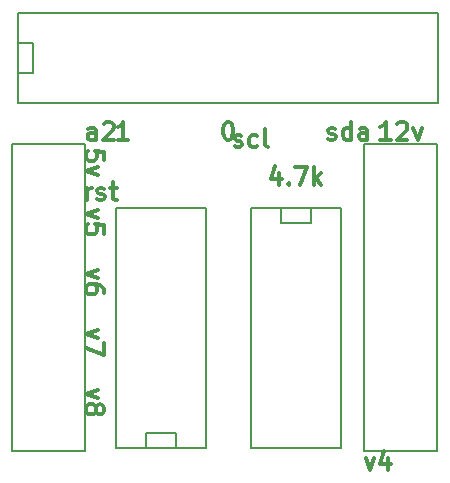
<source format=gto>
G04 (created by PCBNEW (2013-june-11)-stable) date Fri 19 Feb 2016 10:27:21 AM CET*
%MOIN*%
G04 Gerber Fmt 3.4, Leading zero omitted, Abs format*
%FSLAX34Y34*%
G01*
G70*
G90*
G04 APERTURE LIST*
%ADD10C,0.00590551*%
%ADD11C,0.011811*%
G04 APERTURE END LIST*
G54D10*
G54D11*
X42828Y-33345D02*
X42968Y-33739D01*
X43109Y-33345D01*
X43587Y-33345D02*
X43587Y-33739D01*
X43446Y-33120D02*
X43306Y-33542D01*
X43671Y-33542D01*
X43662Y-22739D02*
X43325Y-22739D01*
X43493Y-22739D02*
X43493Y-22148D01*
X43437Y-22232D01*
X43381Y-22289D01*
X43325Y-22317D01*
X43887Y-22204D02*
X43915Y-22176D01*
X43971Y-22148D01*
X44112Y-22148D01*
X44168Y-22176D01*
X44196Y-22204D01*
X44224Y-22260D01*
X44224Y-22317D01*
X44196Y-22401D01*
X43859Y-22739D01*
X44224Y-22739D01*
X44421Y-22345D02*
X44562Y-22739D01*
X44703Y-22345D01*
X39951Y-23845D02*
X39951Y-24239D01*
X39811Y-23620D02*
X39670Y-24042D01*
X40035Y-24042D01*
X40260Y-24182D02*
X40289Y-24210D01*
X40260Y-24239D01*
X40232Y-24210D01*
X40260Y-24182D01*
X40260Y-24239D01*
X40485Y-23648D02*
X40879Y-23648D01*
X40626Y-24239D01*
X41104Y-24239D02*
X41104Y-23648D01*
X41160Y-24014D02*
X41329Y-24239D01*
X41329Y-23845D02*
X41104Y-24070D01*
X41589Y-22710D02*
X41645Y-22739D01*
X41757Y-22739D01*
X41814Y-22710D01*
X41842Y-22654D01*
X41842Y-22626D01*
X41814Y-22570D01*
X41757Y-22542D01*
X41673Y-22542D01*
X41617Y-22514D01*
X41589Y-22457D01*
X41589Y-22429D01*
X41617Y-22373D01*
X41673Y-22345D01*
X41757Y-22345D01*
X41814Y-22373D01*
X42348Y-22739D02*
X42348Y-22148D01*
X42348Y-22710D02*
X42292Y-22739D01*
X42179Y-22739D01*
X42123Y-22710D01*
X42095Y-22682D01*
X42067Y-22626D01*
X42067Y-22457D01*
X42095Y-22401D01*
X42123Y-22373D01*
X42179Y-22345D01*
X42292Y-22345D01*
X42348Y-22373D01*
X42882Y-22739D02*
X42882Y-22429D01*
X42854Y-22373D01*
X42798Y-22345D01*
X42685Y-22345D01*
X42629Y-22373D01*
X42882Y-22710D02*
X42826Y-22739D01*
X42685Y-22739D01*
X42629Y-22710D01*
X42601Y-22654D01*
X42601Y-22598D01*
X42629Y-22542D01*
X42685Y-22514D01*
X42826Y-22514D01*
X42882Y-22485D01*
X38465Y-22960D02*
X38521Y-22989D01*
X38634Y-22989D01*
X38690Y-22960D01*
X38718Y-22904D01*
X38718Y-22876D01*
X38690Y-22820D01*
X38634Y-22792D01*
X38550Y-22792D01*
X38493Y-22764D01*
X38465Y-22707D01*
X38465Y-22679D01*
X38493Y-22623D01*
X38550Y-22595D01*
X38634Y-22595D01*
X38690Y-22623D01*
X39224Y-22960D02*
X39168Y-22989D01*
X39056Y-22989D01*
X39000Y-22960D01*
X38971Y-22932D01*
X38943Y-22876D01*
X38943Y-22707D01*
X38971Y-22651D01*
X39000Y-22623D01*
X39056Y-22595D01*
X39168Y-22595D01*
X39224Y-22623D01*
X39562Y-22989D02*
X39506Y-22960D01*
X39478Y-22904D01*
X39478Y-22398D01*
X33904Y-31078D02*
X33510Y-31218D01*
X33904Y-31359D01*
X33848Y-31668D02*
X33876Y-31612D01*
X33904Y-31584D01*
X33960Y-31556D01*
X33989Y-31556D01*
X34045Y-31584D01*
X34073Y-31612D01*
X34101Y-31668D01*
X34101Y-31781D01*
X34073Y-31837D01*
X34045Y-31865D01*
X33989Y-31893D01*
X33960Y-31893D01*
X33904Y-31865D01*
X33876Y-31837D01*
X33848Y-31781D01*
X33848Y-31668D01*
X33820Y-31612D01*
X33792Y-31584D01*
X33735Y-31556D01*
X33623Y-31556D01*
X33567Y-31584D01*
X33539Y-31612D01*
X33510Y-31668D01*
X33510Y-31781D01*
X33539Y-31837D01*
X33567Y-31865D01*
X33623Y-31893D01*
X33735Y-31893D01*
X33792Y-31865D01*
X33820Y-31837D01*
X33848Y-31781D01*
X33904Y-29078D02*
X33510Y-29218D01*
X33904Y-29359D01*
X34101Y-29528D02*
X34101Y-29921D01*
X33510Y-29668D01*
X33904Y-27078D02*
X33510Y-27218D01*
X33904Y-27359D01*
X34101Y-27837D02*
X34101Y-27724D01*
X34073Y-27668D01*
X34045Y-27640D01*
X33960Y-27584D01*
X33848Y-27556D01*
X33623Y-27556D01*
X33567Y-27584D01*
X33539Y-27612D01*
X33510Y-27668D01*
X33510Y-27781D01*
X33539Y-27837D01*
X33567Y-27865D01*
X33623Y-27893D01*
X33764Y-27893D01*
X33820Y-27865D01*
X33848Y-27837D01*
X33876Y-27781D01*
X33876Y-27668D01*
X33848Y-27612D01*
X33820Y-27584D01*
X33764Y-27556D01*
X33904Y-25078D02*
X33510Y-25218D01*
X33904Y-25359D01*
X34101Y-25865D02*
X34101Y-25584D01*
X33820Y-25556D01*
X33848Y-25584D01*
X33876Y-25640D01*
X33876Y-25781D01*
X33848Y-25837D01*
X33820Y-25865D01*
X33764Y-25893D01*
X33623Y-25893D01*
X33567Y-25865D01*
X33539Y-25837D01*
X33510Y-25781D01*
X33510Y-25640D01*
X33539Y-25584D01*
X33567Y-25556D01*
X33550Y-24739D02*
X33550Y-24345D01*
X33550Y-24457D02*
X33578Y-24401D01*
X33606Y-24373D01*
X33662Y-24345D01*
X33718Y-24345D01*
X33887Y-24710D02*
X33943Y-24739D01*
X34056Y-24739D01*
X34112Y-24710D01*
X34140Y-24654D01*
X34140Y-24626D01*
X34112Y-24570D01*
X34056Y-24542D01*
X33971Y-24542D01*
X33915Y-24514D01*
X33887Y-24457D01*
X33887Y-24429D01*
X33915Y-24373D01*
X33971Y-24345D01*
X34056Y-24345D01*
X34112Y-24373D01*
X34309Y-24345D02*
X34534Y-24345D01*
X34393Y-24148D02*
X34393Y-24654D01*
X34421Y-24710D01*
X34478Y-24739D01*
X34534Y-24739D01*
X34101Y-23415D02*
X34101Y-23134D01*
X33820Y-23106D01*
X33848Y-23134D01*
X33876Y-23190D01*
X33876Y-23331D01*
X33848Y-23387D01*
X33820Y-23415D01*
X33764Y-23443D01*
X33623Y-23443D01*
X33567Y-23415D01*
X33539Y-23387D01*
X33510Y-23331D01*
X33510Y-23190D01*
X33539Y-23134D01*
X33567Y-23106D01*
X33904Y-23640D02*
X33510Y-23781D01*
X33904Y-23921D01*
X33845Y-22739D02*
X33845Y-22429D01*
X33817Y-22373D01*
X33760Y-22345D01*
X33648Y-22345D01*
X33592Y-22373D01*
X33845Y-22710D02*
X33789Y-22739D01*
X33648Y-22739D01*
X33592Y-22710D01*
X33564Y-22654D01*
X33564Y-22598D01*
X33592Y-22542D01*
X33648Y-22514D01*
X33789Y-22514D01*
X33845Y-22485D01*
X34098Y-22204D02*
X34126Y-22176D01*
X34182Y-22148D01*
X34323Y-22148D01*
X34379Y-22176D01*
X34407Y-22204D01*
X34435Y-22260D01*
X34435Y-22317D01*
X34407Y-22401D01*
X34070Y-22739D01*
X34435Y-22739D01*
X38221Y-22148D02*
X38278Y-22148D01*
X38334Y-22176D01*
X38362Y-22204D01*
X38390Y-22260D01*
X38418Y-22373D01*
X38418Y-22514D01*
X38390Y-22626D01*
X38362Y-22682D01*
X38334Y-22710D01*
X38278Y-22739D01*
X38221Y-22739D01*
X38165Y-22710D01*
X38137Y-22682D01*
X38109Y-22626D01*
X38081Y-22514D01*
X38081Y-22373D01*
X38109Y-22260D01*
X38137Y-22204D01*
X38165Y-22176D01*
X38221Y-22148D01*
X34918Y-22739D02*
X34581Y-22739D01*
X34750Y-22739D02*
X34750Y-22148D01*
X34693Y-22232D01*
X34637Y-22289D01*
X34581Y-22317D01*
G54D10*
X40500Y-33000D02*
X39000Y-33000D01*
X40000Y-25000D02*
X40000Y-25500D01*
X40000Y-25500D02*
X41000Y-25500D01*
X41000Y-25500D02*
X41000Y-25000D01*
X39000Y-25000D02*
X40500Y-25000D01*
X39000Y-25000D02*
X39000Y-33000D01*
X40500Y-33000D02*
X42000Y-33000D01*
X42000Y-33000D02*
X42000Y-25000D01*
X42000Y-25000D02*
X40500Y-25000D01*
X36000Y-25000D02*
X37500Y-25000D01*
X36500Y-33000D02*
X36500Y-32500D01*
X36500Y-32500D02*
X35500Y-32500D01*
X35500Y-32500D02*
X35500Y-33000D01*
X37500Y-33000D02*
X36000Y-33000D01*
X37500Y-33000D02*
X37500Y-25000D01*
X36000Y-25000D02*
X34500Y-25000D01*
X34500Y-25000D02*
X34500Y-33000D01*
X34500Y-33000D02*
X36000Y-33000D01*
X42779Y-22889D02*
X42779Y-24720D01*
X45220Y-22889D02*
X45220Y-24110D01*
X42779Y-33110D02*
X42779Y-23956D01*
X45220Y-33110D02*
X45220Y-23956D01*
X45220Y-33110D02*
X42779Y-33110D01*
X45220Y-22889D02*
X42779Y-22889D01*
X31029Y-22889D02*
X31029Y-24720D01*
X33470Y-22889D02*
X33470Y-24110D01*
X31029Y-33110D02*
X31029Y-23956D01*
X33470Y-33110D02*
X33470Y-23956D01*
X33470Y-33110D02*
X31029Y-33110D01*
X33470Y-22889D02*
X31029Y-22889D01*
X31250Y-20500D02*
X31750Y-20500D01*
X31750Y-20500D02*
X31750Y-19500D01*
X31750Y-19500D02*
X31250Y-19500D01*
X31250Y-20000D02*
X31250Y-21500D01*
X45250Y-20000D02*
X45250Y-21500D01*
X31250Y-21500D02*
X45250Y-21500D01*
X45250Y-20000D02*
X45250Y-18500D01*
X45250Y-18500D02*
X31250Y-18500D01*
X31250Y-18500D02*
X31250Y-20000D01*
M02*

</source>
